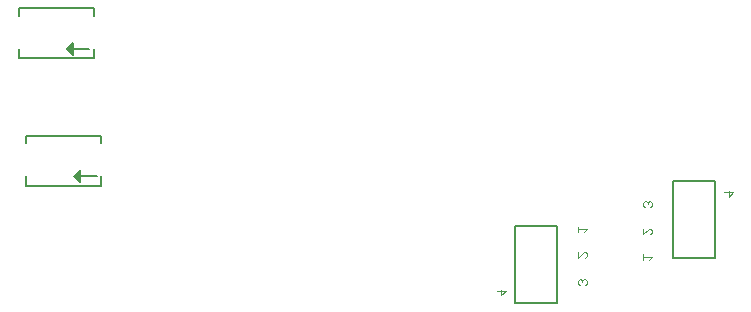
<source format=gbo>
G75*
%MOIN*%
%OFA0B0*%
%FSLAX25Y25*%
%IPPOS*%
%LPD*%
%AMOC8*
5,1,8,0,0,1.08239X$1,22.5*
%
%ADD10C,0.00800*%
%ADD11C,0.00400*%
%ADD12C,0.00600*%
D10*
X0187300Y0048900D02*
X0187300Y0074700D01*
X0201300Y0074700D01*
X0201300Y0048900D01*
X0187300Y0048900D01*
X0239800Y0063900D02*
X0253800Y0063900D01*
X0253800Y0089700D01*
X0239800Y0089700D01*
X0239800Y0063900D01*
D11*
X0232802Y0064341D02*
X0231868Y0063407D01*
X0232802Y0064341D02*
X0230000Y0064341D01*
X0230000Y0063407D02*
X0230000Y0065275D01*
X0229963Y0071919D02*
X0231831Y0073787D01*
X0232298Y0073787D01*
X0232765Y0073320D01*
X0232765Y0072386D01*
X0232298Y0071919D01*
X0229963Y0071919D02*
X0229963Y0073787D01*
X0230467Y0081019D02*
X0230000Y0081486D01*
X0230000Y0082420D01*
X0230467Y0082887D01*
X0230934Y0082887D01*
X0231401Y0082420D01*
X0231401Y0081953D01*
X0231401Y0082420D02*
X0231868Y0082887D01*
X0232335Y0082887D01*
X0232802Y0082420D01*
X0232802Y0081486D01*
X0232335Y0081019D01*
X0211102Y0073581D02*
X0210168Y0072646D01*
X0211102Y0073581D02*
X0208300Y0073581D01*
X0208300Y0074515D02*
X0208300Y0072646D01*
X0208337Y0066003D02*
X0208337Y0064135D01*
X0210205Y0066003D01*
X0210672Y0066003D01*
X0211139Y0065536D01*
X0211139Y0064602D01*
X0210672Y0064135D01*
X0210635Y0056903D02*
X0210168Y0056903D01*
X0209701Y0056436D01*
X0209234Y0056903D01*
X0208767Y0056903D01*
X0208300Y0056436D01*
X0208300Y0055502D01*
X0208767Y0055035D01*
X0209701Y0055969D02*
X0209701Y0056436D01*
X0210635Y0056903D02*
X0211102Y0056436D01*
X0211102Y0055502D01*
X0210635Y0055035D01*
X0184102Y0052955D02*
X0182701Y0051553D01*
X0182701Y0053422D01*
X0181300Y0052955D02*
X0184102Y0052955D01*
X0257000Y0085901D02*
X0259802Y0085901D01*
X0258401Y0084500D01*
X0258401Y0086368D01*
D12*
X0024300Y0088100D02*
X0024300Y0091300D01*
X0024300Y0088100D02*
X0049300Y0088100D01*
X0049300Y0091300D01*
X0047800Y0091300D02*
X0041800Y0091300D01*
X0041800Y0089800D01*
X0042300Y0089300D01*
X0042300Y0093300D01*
X0041800Y0092800D01*
X0041800Y0091300D01*
X0040300Y0091300D01*
X0040800Y0091800D01*
X0041300Y0092300D01*
X0041800Y0092800D01*
X0041300Y0092300D02*
X0041300Y0090300D01*
X0040800Y0090800D01*
X0040800Y0091800D01*
X0040300Y0091300D02*
X0040800Y0090800D01*
X0041300Y0090300D02*
X0041800Y0089800D01*
X0049300Y0102300D02*
X0049300Y0104800D01*
X0024300Y0104800D01*
X0024300Y0102300D01*
X0021800Y0130600D02*
X0021800Y0133800D01*
X0021800Y0130600D02*
X0046800Y0130600D01*
X0046800Y0133800D01*
X0045300Y0133800D02*
X0039300Y0133800D01*
X0039300Y0132300D01*
X0039800Y0131800D01*
X0039800Y0135800D01*
X0039300Y0135300D01*
X0039300Y0133800D01*
X0037800Y0133800D01*
X0038300Y0134300D01*
X0038800Y0134800D01*
X0039300Y0135300D01*
X0038800Y0134800D02*
X0038800Y0132800D01*
X0038300Y0133300D01*
X0038300Y0134300D01*
X0037800Y0133800D02*
X0038300Y0133300D01*
X0038800Y0132800D02*
X0039300Y0132300D01*
X0046800Y0144800D02*
X0046800Y0147300D01*
X0021800Y0147300D01*
X0021800Y0144800D01*
M02*

</source>
